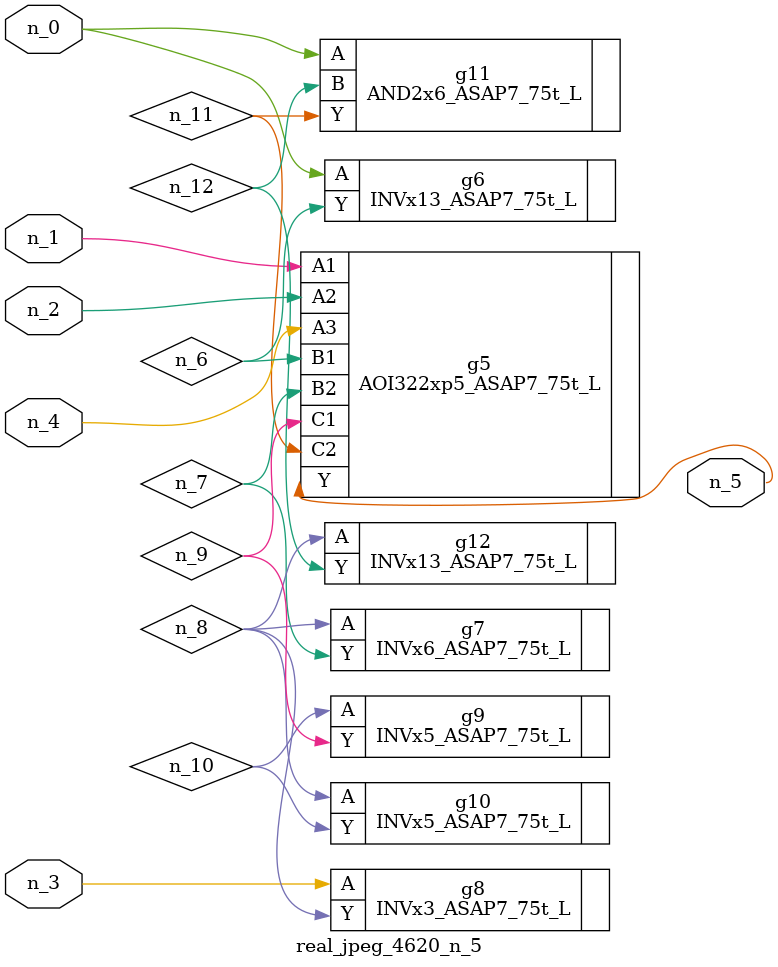
<source format=v>
module real_jpeg_4620_n_5 (n_4, n_0, n_1, n_2, n_3, n_5);

input n_4;
input n_0;
input n_1;
input n_2;
input n_3;

output n_5;

wire n_12;
wire n_8;
wire n_11;
wire n_6;
wire n_7;
wire n_10;
wire n_9;

INVx13_ASAP7_75t_L g6 ( 
.A(n_0),
.Y(n_6)
);

AND2x6_ASAP7_75t_L g11 ( 
.A(n_0),
.B(n_12),
.Y(n_11)
);

AOI322xp5_ASAP7_75t_L g5 ( 
.A1(n_1),
.A2(n_2),
.A3(n_4),
.B1(n_6),
.B2(n_7),
.C1(n_9),
.C2(n_11),
.Y(n_5)
);

INVx3_ASAP7_75t_L g8 ( 
.A(n_3),
.Y(n_8)
);

INVx6_ASAP7_75t_L g7 ( 
.A(n_8),
.Y(n_7)
);

INVx5_ASAP7_75t_L g10 ( 
.A(n_8),
.Y(n_10)
);

INVx13_ASAP7_75t_L g12 ( 
.A(n_8),
.Y(n_12)
);

INVx5_ASAP7_75t_L g9 ( 
.A(n_10),
.Y(n_9)
);


endmodule
</source>
